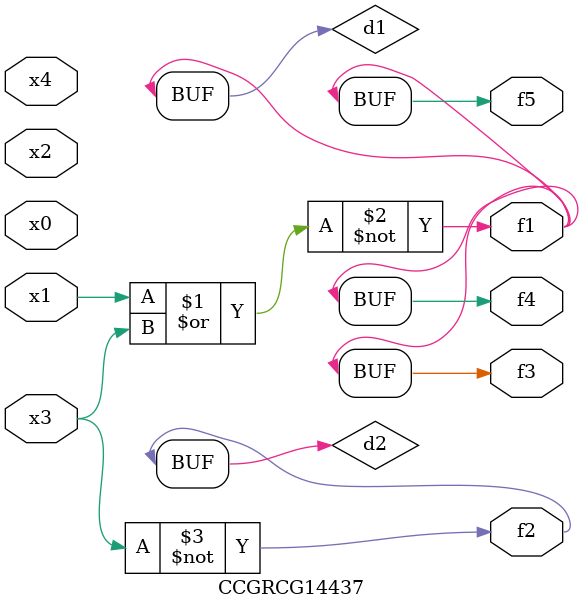
<source format=v>
module CCGRCG14437(
	input x0, x1, x2, x3, x4,
	output f1, f2, f3, f4, f5
);

	wire d1, d2;

	nor (d1, x1, x3);
	not (d2, x3);
	assign f1 = d1;
	assign f2 = d2;
	assign f3 = d1;
	assign f4 = d1;
	assign f5 = d1;
endmodule

</source>
